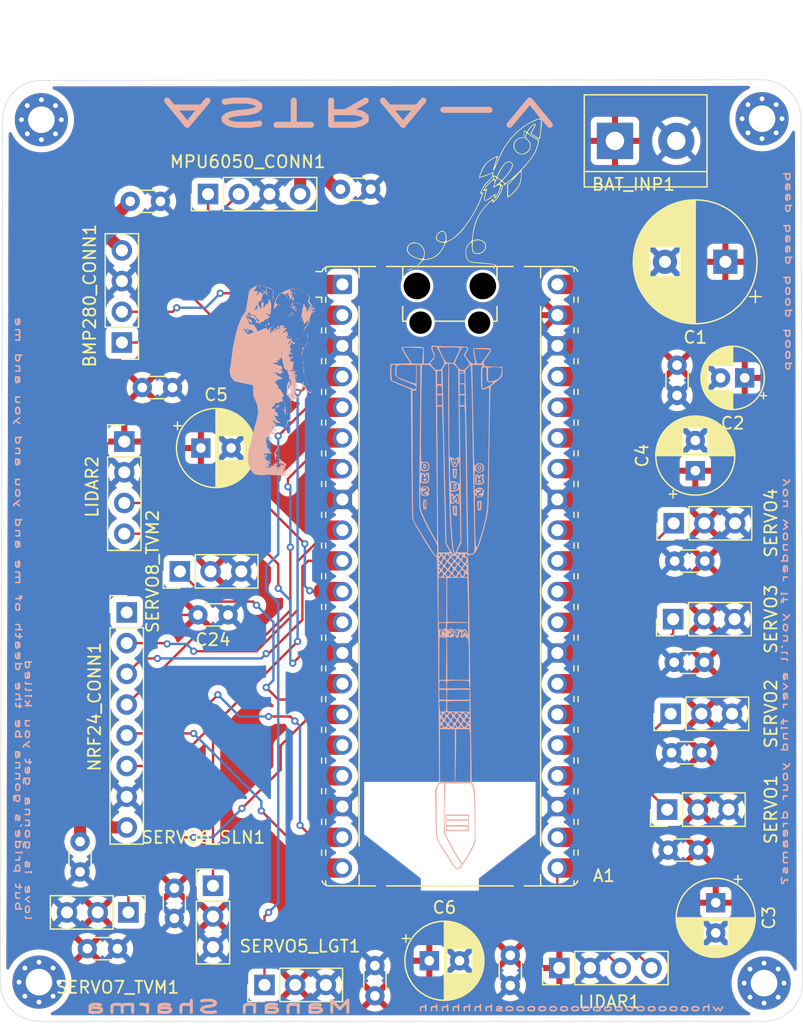
<source format=kicad_pcb>
(kicad_pcb (version 20241229) (generator "pcbnew") (generator_version "9.0")
  (layers (0 "F.Cu" signal) (2 "B.Cu" signal) (13 "F.Paste" user) (15 "B.Paste" user) (5 "F.SilkS" user "F.Silkscreen") (7 "B.SilkS" user "B.Silkscreen") (1 "F.Mask" user) (3 "B.Mask" user) (25 "Edge.Cuts" user))
  (net 0 "")
  (net 1 "/RCV_L2")
  (net 2 "/XMIT_L2")
  (net 4 "/MOSI")
  (net 5 "/SDA_MPU")
  (net 6 "/CE")
  (net 7 "/SCK")
  (net 8 "/SCL_MPU")
  (net 9 "/SERVO3")
  (net 10 "/SERVO4")
  (net 11 "GND")
  (net 14 "/MISO")
  (net 18 "/SERVO7_TVM")
  (net 19 "/CSN")
  (net 20 "/5V")
  (net 22 "/SERVO5_LGT")
  (net 24 "/RCV_L1")
  (net 25 "/SERVO1")
  (net 26 "/SERVO8_TVM")
  (net 27 "/XMIT_L1")
  (net 28 "/SERVO2")
  (net 31 "/SERVO6_SLN")
  (net 32 "/3v3")
  (footprint "Capacitor_THT:C_Disc_D3.0mm_W1.6mm_P2.50mm" (layer "F.Cu") (at 164.15 103.6)
    (property "Reference" "C19" (hide yes))
    (property "Value" "0.1uf" (hide yes))
  )
  (footprint "Connector_PinHeader_2.54mm:PinHeader_1x03_P2.54mm_Vertical" (layer "F.Cu") (at 164.28 92.55 90)
    (property "Reference" "SERVO3")
    (property "Value" "~")
  )
  (footprint "Connector_PinHeader_2.54mm:PinHeader_1x04_P2.54mm_Vertical" (layer "F.Cu") (at 118.66 69.675 180)
    (property "Reference" "BMP280_CONN1")
    (property "Value" "~" (hide yes))
  )
  (footprint "Capacitor_THT:CP_Radial_D6.3mm_P2.50mm" (layer "F.Cu") (at 167.8 116 -90)
    (property "Reference" "C3")
    (property "Value" "100uf")
  )
  (footprint "Capacitor_THT:CP_Radial_D6.3mm_P2.50mm" (layer "F.Cu") (at 144.1 120.8)
    (property "Reference" "C6")
    (property "Value" "100uf")
  )
  (footprint "TerminalBlock:TerminalBlock_bornier-2_P5.08mm" (layer "F.Cu") (at 159.46 53)
    (property "Reference" "BAT_INP1")
    (property "Value" "~")
  )
  (footprint "MountingHole:MountingHole_2.2mm_M2_Pad_Via" (layer "F.Cu") (at 171.8 122.65)
    (property "Reference" "H4" (hide yes))
    (property "Value" "MountingHole_Pad" (hide yes))
  )
  (footprint "Capacitor_THT:C_Disc_D3.0mm_W1.6mm_P2.50mm" (layer "F.Cu") (at 121.85 58 180)
    (property "Reference" "C12" (hide yes))
    (property "Value" "0.1uf" (hide yes))
  )
  (footprint "Connector_PinHeader_2.54mm:PinHeader_1x03_P2.54mm_Vertical" (layer "F.Cu") (at 119.2 116.8 -90)
    (property "Reference" "SERVO7_TVM1")
    (property "Value" "~" (hide yes))
  )
  (footprint "Capacitor_THT:CP_Radial_D6.3mm_P2.50mm" (layer "F.Cu") (at 125.2 78.4)
    (property "Reference" "C5")
    (property "Value" "100uf")
  )
  (footprint "Connector_PinHeader_2.54mm:PinHeader_1x03_P2.54mm_Vertical" (layer "F.Cu") (at 163.78 108.3 90)
    (property "Reference" "SERVO1")
    (property "Value" "~" (hide yes))
  )
  (footprint "MountingHole:MountingHole_2.2mm_M2_Pad_Via" (layer "F.Cu") (at 111.8 122.566726)
    (property "Reference" "H2" (hide yes))
    (property "Value" "MountingHole_Pad" (hide yes))
  )
  (footprint "Capacitor_THT:C_Disc_D3.0mm_W1.6mm_P2.50mm" (layer "F.Cu") (at 122.85 73.4 180)
    (property "Reference" "C14" (hide yes))
    (property "Value" "0.1uf" (hide yes))
  )
  (footprint "Connector_PinHeader_2.54mm:PinHeader_1x03_P2.54mm_Vertical" (layer "F.Cu") (at 130.46 122.8 90)
    (property "Reference" "SERVO5_LGT1")
    (property "Value" "~" (hide yes))
  )
  (footprint "Connector_PinHeader_2.54mm:PinHeader_1x04_P2.54mm_Vertical" (layer "F.Cu") (at 154.86 121.4 90)
    (property "Reference" "LIDAR1")
    (property "Value" "~" (hide yes))
  )
  (footprint "Capacitor_THT:CP_Radial_D5.0mm_P2.00mm" (layer "F.Cu") (at 170.2 72.6 180)
    (property "Reference" "C2")
    (property "Value" "10uf")
  )
  (footprint "Connector_PinHeader_2.54mm:PinHeader_1x03_P2.54mm_Vertical" (layer "F.Cu") (at 164.32 84.625 90)
    (property "Reference" "SERVO4")
    (property "Value" "~")
  )
  (footprint "Capacitor_THT:C_Disc_D3.0mm_W1.6mm_P2.50mm" (layer "F.Cu") (at 115.2 113.45 90)
    (property "Reference" "C13" (hide yes))
    (property "Value" "0.1uf" (hide yes))
  )
  (footprint "Capacitor_THT:C_Disc_D3.0mm_W1.6mm_P2.50mm" (layer "F.Cu") (at 164.36 96.125)
    (property "Reference" "C18" (hide yes))
    (property "Value" "0.1uf" (hide yes))
  )
  (footprint "Capacitor_THT:CP_Radial_D10.0mm_P5.00mm" (layer "F.Cu") (at 168.6 63 180)
    (property "Reference" "C1")
    (property "Value" "470uf")
  )
  (footprint "Connector_PinHeader_2.54mm:PinHeader_1x03_P2.54mm_Vertical" (layer "F.Cu") (at 126.2 114.6)
    (property "Reference" "SERVO6_SLN1")
    (property "Value" "~" (hide yes))
  )
  (footprint "Connector_PinHeader_2.54mm:PinHeader_1x03_P2.54mm_Vertical" (layer "F.Cu") (at 164.07 100.375 90)
    (property "Reference" "SERVO2")
    (property "Value" "~")
  )
  (footprint "Module:RaspberryPi_Pico_Common_Unspecified" (layer "F.Cu") (at 145.8 89)
    (property "Reference" "A1")
    (property "Value" "RaspberryPi_Pico" (hide yes))
  )
  (footprint "Capacitor_THT:C_Disc_D3.0mm_W1.6mm_P2.50mm" (layer "F.Cu") (at 139.6 121.2 -90)
    (property "Reference" "C16" (hide yes))
    (property "Value" "0.1uf" (hide yes))
  )
  (footprint "LOGO" (layer "F.Cu") (at 148.2 56)
    (property "Reference" "G***" (hide yes))
    (property "Value" "LOGO" (hide yes))
  )
  (footprint "Capacitor_THT:CP_Radial_D6.3mm_P2.50mm" (layer "F.Cu") (at 166.11 80.275 90)
    (property "Reference" "C4")
    (property "Value" "100uf")
  )
  (footprint "Connector_PinHeader_2.54mm:PinHeader_1x03_P2.54mm_Vertical" (layer "F.Cu") (at 123.46 88.6 90)
    (property "Reference" "SERVO8_TVM2")
    (property "Value" "~")
  )
  (footprint "MountingHole:MountingHole_2.2mm_M2_Pad_Via" (layer "F.Cu") (at 112 51.25)
    (property "Reference" "H1" (hide yes))
    (property "Value" "MountingHole_Pad" (hide yes))
  )
  (footprint "Capacitor_THT:C_Disc_D3.0mm_W1.6mm_P2.50mm" (layer "F.Cu") (at 150.8 122.85 90)
    (property "Reference" "C21" (hide yes))
    (property "Value" "0.1uf" (hide yes))
  )
  (footprint "Capacitor_THT:C_Disc_D3.0mm_W1.6mm_P2.50mm" (layer "F.Cu") (at 123 117.3 90)
    (property "Reference" "C15" (hide yes))
    (property "Value" "0.1uf" (hide yes))
  )
  (footprint "Connector_PinHeader_2.54mm:PinHeader_1x08_P2.54mm_Vertical" (layer "F.Cu") (at 119.06 91.995)
    (property "Reference" "NRF24_CONN1")
    (property "Value" "~" (hide yes))
  )
  (footprint "Capacitor_THT:C_Disc_D3.0mm_W1.6mm_P2.50mm" (layer "F.Cu") (at 164.6 74.05 90)
    (property "Reference" "C22" (hide yes))
    (property "Value" "0.1uf" (hide yes))
  )
  (footprint "Capacitor_THT:C_Disc_D3.0mm_W1.6mm_P2.50mm" (layer "F.Cu") (at 163.86 111.65)
    (property "Reference" "C20" (hide yes))
    (property "Value" "0.1uf" (hide yes))
  )
  (footprint "MountingHole:MountingHole_2.2mm_M2_Pad_Via" (layer "F.Cu") (at 171.633274 51.166726)
    (property "Reference" "H3" (hide yes))
    (property "Value" "MountingHole_Pad" (hide yes))
  )
  (footprint "Capacitor_THT:C_Disc_D3.0mm_W1.6mm_P2.50mm" (layer "F.Cu") (at 118.3 119.8 180)
    (property "Reference" "C23" (hide yes))
    (property "Value" "0.1uf" (hide yes))
  )
  (footprint "Capacitor_THT:C_Disc_D3.0mm_W1.6mm_P2.50mm" (layer "F.Cu") (at 139.25 57 180)
    (property "Reference" "C11" (hide yes))
    (property "Value" "0.1uf" (hide yes))
  )
  (footprint "Connector_PinHeader_2.54mm:PinHeader_1x04_P2.54mm_Vertical" (layer "F.Cu") (at 125.79 57.4 90)
    (property "Reference" "MPU6050_CONN1")
    (property "Value" "~" (hide yes))
  )
  (footprint "Capacitor_THT:C_Disc_D3.0mm_W1.6mm_P2.50mm" (layer "F.Cu") (at 127.45 92.2 180)
    (property "Reference" "C24")
    (property "Value" "0.1uf")
  )
  (footprint "Connector_PinHeader_2.54mm:PinHeader_1x04_P2.54mm_Vertical" (layer "F.Cu") (at 118.86 77.865)
    (property "Reference" "LIDAR2")
    (property "Value" "~")
  )
  (footprint "Capacitor_THT:C_Disc_D3.0mm_W1.6mm_P2.50mm" (layer "F.Cu") (at 164.4 87.75)
    (property "Reference" "C17" (hide yes))
    (property "Value" "0.1uf" (hide yes))
  )
  (footprint "LOGO" (layer "B.Cu") (at 138.157712 72.492615 180)
    (property "Reference" "G***" (hide yes))
    (property "Value" "LOGO" (hide yes))
  )
  (footprint "LOGO" (layer "B.Cu") (at 145.8 91.4)
    (property "Reference" "G***" (hide yes))
    (property "Value" "LOGO" (hide yes))
  )
  (gr_arc (start 175 122.6) (mid 174.062742 124.862742) (end 171.8 125.8) (stroke (width 0.05)) (layer "Edge.Cuts"))
  (gr_line (start 174.85 51.2) (end 175 122.6) (stroke (width 0.05)) (layer "Edge.Cuts"))
  (gr_line (start 108.6 122.6) (end 108.8 51.2) (stroke (width 0.05)) (layer "Edge.Cuts"))
  (gr_arc (start 108.8 51.2) (mid 109.737258 48.937258) (end 112 48) (stroke (width 0.05)) (layer "Edge.Cuts"))
  (gr_arc (start 171.6 47.95) (mid 173.898097 48.901903) (end 174.85 51.2) (stroke (width 0.05)) (layer "Edge.Cuts"))
  (gr_line (start 171.8 125.8) (end 111.8 125.8) (stroke (width 0.05)) (layer "Edge.Cuts"))
  (gr_arc (start 111.8 125.8) (mid 109.537258 124.862742) (end 108.6 122.6) (stroke (width 0.05)) (layer "Edge.Cuts"))
  (gr_line (start 112 48) (end 171.6 47.95) (stroke (width 0.05)) (layer "Edge.Cuts"))
  (gr_text "Manan Sharma" (at 138 125.2 0) (layer "B.SilkS") (effects (font (size 1 2) (thickness 0.25) (bold yes)) (justify left bottom mirror)))
  (gr_text "whooooooooooooooooooshhhhhhh" (at 168.6 125 0) (layer "B.SilkS") (effects (font (size 0.5 1) (thickness 0.125) (bold yes)) (justify left bottom mirror)))
  (gr_text "ASTRA-V" (at 121.6 49.4 180) (layer "B.SilkS") (effects (font (size 2 5) (thickness 0.5) (bold yes)) (justify left bottom mirror)))
  (gr_text "beep beep boop boop\n" (at 174 55.4 90) (layer "B.SilkS") (effects (font (size 0.5 1) (thickness 0.125) (bold yes)) (justify left bottom mirror)))
  (gr_text "love is gonna get you killed\n but pride's gonna be the death of me and you and you and me\n\n" (at 109 117.6 270) (layer "B.SilkS") (effects (font (size 0.5 1) (thickness 0.125) (bold yes)) (justify left bottom mirror)))
  (gr_text "you wonder if you'll ever find your dreams?\n" (at 173.8 80.8 90) (layer "B.SilkS") (effects (font (size 0.5 1) (thickness 0.125) (bold yes)) (justify left bottom mirror)))
  (segment (start 134.2 90.2) (end 134.27 90.27) (width 0.2) (layer "F.Cu") (net 1))
  (segment (start 118.86 82.945) (end 130.424897 82.945) (width 0.2) (layer "F.Cu") (net 1))
  (segment (start 130.424897 82.945) (end 133.8 86.320103) (width 0.2) (layer "F.Cu") (net 1))
  (segment (start 134.27 90.27) (end 136.91 90.27) (width 0.2) (layer "F.Cu") (net 1))
  (via (at 133.8 86.320103) (size 0.6) (drill 0.3) (layers "F.Cu" "B.Cu") (net 1))
  (via (at 134.2 90.2) (size 0.6) (drill 0.3) (layers "F.Cu" "B.Cu") (net 1))
  (segment (start 133.8 86.320103) (end 133.8 89.8) (width 0.2) (layer "B.Cu") (net 1))
  (segment (start 133.8 89.8) (end 134.2 90.2) (width 0.2) (layer "B.Cu") (net 1))
  (segment (start 130.8 87.2) (end 131.6 88) (width 0.2) (layer "F.Cu") (net 2))
  (segment (start 131.6 88) (end 131.6 90) (width 0.2) (layer "F.Cu") (net 2))
  (segment (start 129.085 85.485) (end 130.8 87.2) (width 0.2) (layer "F.Cu") (net 2))
  (segment (start 136.19 92.81) (end 136.91 92.81) (width 0.2) (layer "F.Cu") (net 2))
  (segment (start 118.86 85.485) (end 129.085 85.485) (width 0.2) (layer "F.Cu") (net 2))
  (segment (start 132.8 96.2) (end 136.19 92.81) (width 0.2) (layer "F.Cu") (net 2))
  (via (at 132.8 96.2) (size 0.6) (drill 0.3) (layers "F.Cu" "B.Cu") (net 2))
  (via (at 131.6 90) (size 0.6) (drill 0.3) (layers "F.Cu" "B.Cu") (net 2))
  (segment (start 132.599 95.999) (end 132.8 96.2) (width 0.2) (layer "B.Cu") (net 2))
  (segment (start 131.6 90) (end 132.599 90.999) (width 0.2) (layer "B.Cu") (net 2))
  (segment (start 132.599 90.999) (end 132.599 95.999) (width 0.2) (layer "B.Cu") (net 2))
  (segment (start 120.335 95.8) (end 121.6 95.8) (width 0.2) (layer "F.Cu") (net 4))
  (segment (start 133.6 88.2) (end 134.07 87.73) (width 0.2) (layer "F.Cu") (net 4))
  (segment (start 130.6 95.4) (end 130.8 95.4) (width 0.2) (layer "F.Cu") (net 4))
  (segment (start 130.8 95.4) (end 133.6 92.6) (width 0.2) (layer "F.Cu") (net 4))
  (segment (start 119.06 97.075) (end 120.335 95.8) (width 0.2) (layer "F.Cu") (net 4))
  (segment (start 133.6 92.6) (end 133.6 88.2) (width 0.2) (layer "F.Cu") (net 4))
  (segment (start 134.07 87.73) (end 136.91 87.73) (width 0.2) (layer "F.Cu") (net 4))
  (via (at 130.6 95.4) (size 0.6) (drill 0.3) (layers "F.Cu" "B.Cu") (net 4))
  (via (at 121.6 95.8) (size 0.6) (drill 0.3) (layers "F.Cu" "B.Cu") (net 4))
  (segment (start 121.6 95.8) (end 130.2 95.8) (width 0.2) (layer "B.Cu") (net 4))
  (segment (start 130.2 95.8) (end 130.6 95.4) (width 0.2) (layer "B.Cu") (net 4))
  (segment (start 122.865 67.135) (end 123.2 66.8) (width 0.2) (layer "F.Cu") (net 5))
  (segment (start 133.93 64.87) (end 136.91 64.87) (width 0.2) (layer "F.Cu") (net 5))
  (segment (start 133.2 65.6) (end 133.93 64.87) (width 0.2) (layer "F.Cu") (net 5))
  (segment (start 127.26 58.47) (end 128.33 57.4) (width 0.2) (layer "F.Cu") (net 5))
  (segment (start 128 65.6) (end 133.2 65.6) (width 0.2) (layer "F.Cu") (net 5))
  (segment (start 118.66 67.135) (end 122.865 67.135) (width 0.2) (layer "F.Cu") (net 5))
  (segment (start 128 65.6) (end 127.26 64.86) (width 0.2) (layer "F.Cu") (net 5))
  (segment (start 126.8 65.6) (end 128 65.6) (width 0.2) (layer "F.Cu") (net 5))
  (segment (start 127.26 64.86) (end 127.26 58.47) (width 0.2) (layer "F.Cu") (net 5))
  (via (at 123.2 66.8) (size 0.6) (drill 0.3) (layers "F.Cu" "B.Cu") (net 5))
  (via (at 126.8 65.6) (size 0.6) (drill 0.3) (layers "F.Cu" "B.Cu") (net 5))
  (segment (start 125.6 66.8) (end 126.8 65.6) (width 0.2) (layer "B.Cu") (net 5))
  (segment (start 123.2 66.8) (end 125.6 66.8) (width 0.2) (layer "B.Cu") (net 5))
  (segment (start 125.799 99.601) (end 126.6 98.8) (width 0.2) (layer "F.Cu") (net 6))
  (segment (start 130.8 100.6) (end 132.6 100.6) (width 0.2) (layer "F.Cu") (net 6))
  (segment (start 122.754943 104.695) (end 125.799 101.650943) (width 0.2) (layer "F.Cu") (net 6))
  (segment (start 119.06 104.695) (end 122.754943 104.695) (width 0.2) (layer "F.Cu") (net 6))
  (segment (start 125.799 101.650943) (end 125.799 99.601) (width 0.2) (layer "F.Cu") (net 6))
  (segment (start 132.6 100.6) (end 132.975735 100.975735) (width 0.2) (layer "F.Cu") (net 6))
  (segment (start 134.39 110.59) (end 136.91 110.59) (width 0.2) (layer "F.Cu") (net 6))
  (segment (start 133.4 109.6) (end 134.39 110.59) (width 0.2) (layer "F.Cu") (net 6))
  (via (at 132.975735 100.975735) (size 0.6) (drill 0.3) (layers "F.Cu" "B.Cu") (net 6))
  (via (at 126.6 98.8) (size 0.6) (drill 0.3) (layers "F.Cu" "B.Cu") (net 6))
  (via (at 130.8 100.6) (size 0.6) (drill 0.3) (layers "F.Cu" "B.Cu") (net 6))
  (via (at 133.4 109.6) (size 0.6) (drill 0.3) (layers "F.Cu" "B.Cu") (net 6))
  (segment (start 126.6 98.8) (end 128.4 100.6) (width 0.2) (layer "B.Cu") (net 6))
  (segment (start 128.4 100.6) (end 130.8 100.6) (width 0.2) (layer "B.Cu") (net 6))
  (segment (start 132.975735 100.975735) (end 133.4 101.4) (width 0.2) (layer "B.Cu") (net 6))
  (segment (start 133.4 101.4) (end 133.4 109.6) (width 0.2) (layer "B.Cu") (net 6))
  (segment (start 119.06 94.535) (end 122.335 94.535) (width 0.2) (layer "F.Cu") (net 7))
  (segment (start 133.2 91.8) (end 133.2 87.76863) (width 0.2) (layer "F.Cu") (net 7))
  (segment (start 129.8 95.2) (end 133.2 91.8) (width 0.2) (layer "F.Cu") (net 7))
  (segment (start 133.2 87.76863) (end 135.77863 85.19) (width 0.2) (layer "F.Cu") (net 7))
  (segment (start 122.335 94.535) (end 122.4 94.6) (width 0.2) (layer "F.Cu") (net 7))
  (segment (start 135.77863 85.19) (end 136.91 85.19) (width 0.2) (layer "F.Cu") (net 7))
  (segment (start 124.6 95.2) (end 129.8 95.2) (width 0.2) (layer "F.Cu") (net 7))
  (via (at 122.4 94.6) (size 0.6) (drill 0.3) (layers "F.Cu" "B.Cu") (net 7))
  (via (at 124.6 95.2) (size 0.6) (drill 0.3) (layers "F.Cu" "B.Cu") (net 7))
  (segment (start 122.4 94.6) (end 124 94.6) (width 0.2) (layer "B.Cu") (net 7))
  (segment (start 124 94.6) (end 124.6 95.2) (width 0.2) (layer "B.Cu") (net 7))
  (segment (start 118.66 69.675) (end 124.325 69.675) (width 0.2) (layer "F.Cu") (net 8))
  (segment (start 125.96 68.04) (end 127 68.04) (width 0.2) (layer "F.Cu") (net 8))
  (segment (start 125.79 60.405) (end 125.79 57.4) (width 0.2) (layer "F.Cu") (net 8))
  (segment (start 132.36 68.04) (end 133 67.4) (width 0.2) (layer "F.Cu") (net 8))
  (segment (start 124.72 66.135) (end 126.625 68.04) (width 0.2) (layer "F.Cu") (net 8))
  (segment (start 124.325 69.675) (end 125.96 68.04) (width 0.2) (layer "F.Cu") (net 8))
  (segment (start 133 67.4) (end 133.01 67.41) (width 0.2) (layer "F.Cu") (net 8))
  (segment (start 124.72 61.475) (end 124.72 66.135) (width 0.2) (layer "F.Cu") (net 8))
  (segment (start 133.01 67.41) (end 136.91 67.41) (width 0.2) (layer "F.Cu") (net 8))
  (segment (start 124.72 61.475) (end 125.79 60.405) (width 0.2) (layer "F.Cu") (net 8))
  (segment (start 126.625 68.04) (end 127 68.04) (width 0.2) (layer "F.Cu") (net 8))
  (segment (start 127 68.04) (end 132.36 68.04) (width 0.2) (layer "F.Cu") (net 8))
  (segment (start 157.57 100.43) (end 154.69 100.43) (width 0.2) (layer "F.Cu") (net 9))
  (segment (start 164.28 92.55) (end 164.28 93.72) (width 0.2) (layer "F.Cu") (net 9))
  (segment (start 164.28 93.72) (end 157.57 100.43) (width 0.2) (layer "F.Cu") (net 9))
  (segment (start 157.31 97.89) (end 155.49 97.89) (width 0.2) (layer "F.Cu") (net 10))
  (segment (start 164.32 84.625) (end 160.2 88.745) (width 0.2) (layer "F.Cu") (net 10))
  (segment (start 160.2 88.745) (end 160.2 95) (width 0.2) (layer "F.Cu") (net 10))
  (segment (start 160.2 95) (end 157.31 97.89) (width 0.2) (layer "F.Cu") (net 10))
  (segment (start 119.06 99.615) (end 124.475 94.2) (width 0.2) (layer "F.Cu") (net 14))
  (segment (start 124.475 94.2) (end 130.2329 94.2) (width 0.2) (layer "F.Cu") (net 14))
  (segment (start 132.6 91.8) (end 132.6 86.6) (width 0.2) (layer "F.Cu") (net 14))
  (segment (start 132.4 80.94863) (end 135.77863 77.57) (width 0.2) (layer "F.Cu") (net 14))
  (segment (start 132.61645 91.81645) (end 132.6 91.8) (width 0.2) (layer "F.Cu") (net 14))
  (segment (start 130.2329 94.2) (end 132.61645 91.81645) (width 0.2) (layer "F.Cu") (net 14))
  (segment (start 135.77863 77.57) (end 136.91 77.57) (width 0.2) (layer "F.Cu") (net 14))
  (segment (start 132.4 81.6) (end 132.4 80.94863) (width 0.2) (layer "F.Cu") (net 14))
  (via (at 132.4 81.6) (size 0.6) (drill 0.3) (layers "F.Cu" "B.Cu") (net 14))
  (via (at 132.6 86.6) (size 0.6) (drill 0.3) (layers "F.Cu" "B.Cu") (net 14))
  (segment (start 132.6 81.8) (end 132.4 81.6) (width 0.2) (layer "B.Cu") (net 14))
  (segment (start 132.6 86.6) (end 132.6 81.8) (width 0.2) (layer "B.Cu") (net 14))
  (segment (start 123.4 110.6) (end 124.6 110.6) (width 0.2) (layer "F.Cu") (net 18))
  (segment (start 131.8 105) (end 131.8 103) (width 0.2) (layer "F.Cu") (net 18))
  (segment (start 131.8 103) (end 134.37 100.43) (width 0.2) (layer "F.Cu") (net 18))
  (segment (start 119.2 114.8) (end 123 111) (width 0.2) (layer "F.Cu") (net 18))
  (segment (start 119.2 116.8) (end 119.2 114.8) (width 0.2) (layer "F.Cu") (net 18))
  (segment (start 128.6 108.2) (end 131.8 105) (width 0.2) (layer "F.Cu") (net 18))
  (segment (start 134.37 100.43) (end 136.91 100.43) (width 0.2) (layer "F.Cu") (net 18))
  (segment (start 123 111) (end 123.4 110.6) (width 0.2) (layer "F.Cu") (net 18))
  (via (at 128.6 108.2) (size 0.6) (drill 0.3) (layers "F.Cu" "B.Cu") (net 18))
  (via (at 124.6 110.6) (size 0.6) (drill 0.3) (layers "F.Cu" "B.Cu") (net 18))
  (segment (start 124.6 110.6) (end 126.2 110.6) (width 0.2) (layer "B.Cu") (net 18))
  (segment (start 126.2 110.6) (end 128.6 108.2) (width 0.2) (layer "B.Cu") (net 18))
  (segment (start 134.93 113.13) (end 136.91 113.13) (width 0.2) (layer "F.Cu") (net 19))
  (segment (start 119.215 102) (end 124.6 102) (width 0.2) (layer "F.Cu") (net 19))
  (segment (start 119.06 102.155) (end 119.215 102) (width 0.2) (layer "F.Cu") (net 19))
  (segment (start 130.2 108.4) (end 134.93 113.13) (width 0.2) (layer "F.Cu") (net 19))
  (via (at 130.2 108.4) (size 0.6) (drill 0.3) (layers "F.Cu" "B.Cu") (net 19))
  (via (at 124.6 102) (size 0.6) (drill 0.3) (layers "F.Cu" "B.Cu") (net 19))
  (segment (start 124.6 102) (end 130.2 107.6) (width 0.2) (layer "B.Cu") (net 19))
  (segment (start 130.2 107.6) (end 130.2 108.4) (width 0.2) (layer "B.Cu") (net 19))
  (segment (start 124.95 92.2) (end 123.4 92.2) (width 0.2) (layer "F.Cu") (net 20))
  (segment (start 121.8 113.6) (end 121.8 113.2) (width 0.2) (layer "F.Cu") (net 20))
  (segment (start 123 114.8) (end 121.8 113.6) (width 0.2) (layer "F.Cu") (net 20))
  (segment (start 133.97 75.03) (end 136.91 75.03) (width 0.2) (layer "F.Cu") (net 22))
  (segment (start 131.6 77.4) (end 133.97 75.03) (width 0.2) (layer "F.Cu") (net 22))
  (segment (start 130.46 117.14) (end 130.8 116.8) (width 0.2) (layer "F.Cu") (net 22))
  (segment (start 130.46 122.8) (end 130.46 117.14) (width 0.2) (layer "F.Cu") (net 22))
  (via (at 131.6 77.4) (size 0.6) (drill 0.3) (layers "F.Cu" "B.Cu") (net 22))
  (via (at 130.8 116.8) (size 0.6) (drill 0.3) (layers "F.Cu" "B.Cu") (net 22))
  (segment (start 131.6 116) (end 131.6 91.2) (width 0.2) (layer "B.Cu") (net 22))
  (segment (start 130.6 90.2) (end 130.6 88.2) (width 0.2) (layer "B.Cu") (net 22))
  (segment (start 131.6 87.2) (end 131.6 77.4) (width 0.2) (layer "B.Cu") (net 22))
  (segment (start 130.6 88.2) (end 131.6 87.2) (width 0.2) (layer "B.Cu") (net 22))
  (segment (start 131.6 91.2) (end 130.6 90.2) (width 0.2) (layer "B.Cu") (net 22))
  (segment (start 130.8 116.8) (end 131.6 116) (width 0.2) (layer "B.Cu") (net 22))
  (segment (start 154.69 116.15) (end 154.69 113.13) (width 0.2) (layer "F.Cu") (net 24))
  (segment (start 159.94 121.4) (end 154.69 116.15) (width 0.2) (layer "F.Cu") (net 24))
  (segment (start 160.99 105.51) (end 154.69 105.51) (width 0.2) (layer "F.Cu") (net 25))
  (segment (start 163.78 108.3) (end 160.99 105.51) (width 0.2) (layer "F.Cu") (net 25))
  (segment (start 134.11 97.89) (end 136.91 97.89) (width 0.2) (layer "F.Cu") (net 26))
  (segment (start 123.46 88.6) (end 125.959 91.099) (width 0.2) (layer "F.Cu") (net 26))
  (segment (start 129.499 91.099) (end 129.8 91.4) (width 0.2) (layer "F.Cu") (net 26))
  (segment (start 125.959 91.099) (end 129.499 91.099) (width 0.2) (layer "F.Cu") (net 26))
  (segment (start 130.6 98.2) (end 131.6 99.2) (width 0.2) (layer "F.Cu") (net 26))
  (segment (start 131.6 99.2) (end 132.8 99.2) (width 0.2) (layer "F.Cu") (net 26))
  (segment (start 132.8 99.2) (end 134.11 97.89) (width 0.2) (layer "F.Cu") (net 26))
  (via (at 130.6 98.2) (size 0.6) (drill 0.3) (layers "F.Cu" "B.Cu") (net 26))
  (via (at 129.8 91.4) (size 0.6) (drill 0.3) (layers "F.Cu" "B.Cu") (net 26))
  (segment (start 131.2 97.6) (end 130.6 98.2) (width 0.2) (layer "B.Cu") (net 26))
  (segment (start 129.8 91.4) (end 131.2 92.8) (width 0.2) (layer "B.Cu") (net 26))
  (segment (start 131.2 92.8) (end 131.2 97.6) (width 0.2) (layer "B.Cu") (net 26))
  (segment (start 159.59 110.59) (end 155.49 110.59) (width 0.2) (layer "F.Cu") (net 27))
  (segment (start 160.8 111.8) (end 159.59 110.59) (width 0.2) (layer "F.Cu") (net 27))
  (segment (start 162.48 121.4) (end 160.8 119.72) (width 0.2) (layer "F.Cu") (net 27))
  (segment (start 160.8 119.72) (end 160.8 111.8) (width 0.2) (layer "F.Cu") (net 27))
  (segment (start 161.475 102.97) (end 155.49 102.97) (width 0.2) (layer "F.Cu") (net 28))
  (segment (start 164.07 100.375) (end 161.475 102.97) (width 0.2) (layer "F.Cu") (net 28))
  (segment (start 126.2 114.6) (end 126.2 101.4) (width 0.2) (layer "F.Cu") (net 31))
  (segment (start 133.4 73.8) (end 134.71 72.49) (width 0.2) (layer "F.Cu") (net 31))
  (segment (start 134.71 72.49) (end 136.91 72.49) (width 0.2) (layer "F.Cu") (net 31))
  (segment (start 133.2 73.8) (end 133.4 73.8) (width 0.2) (layer "F.Cu") (net 31))
  (segment (start 126.2 101.4) (end 133.2 94.4) (width 0.2) (layer "F.Cu") (net 31))
  (via (at 133.2 73.8) (size 0.6) (drill 0.3) (layers "F.Cu" "B.Cu") (net 31))
  (via (at 133.2 94.4) (size 0.6) (drill 0.3) (layers "F.Cu" "B.Cu") (net 31))
  (segment (start 133.2 94.4) (end 133.2 73.8) (width 0.2) (layer "B.Cu") (net 31))
  (segment (start 126.2 54.6) (end 119.8 54.6) (width 1) (layer "F.Cu") (net 32))
  (segment (start 115.2 108.975) (end 115.8 108.375) (width 1) (layer "F.Cu") (net 32))
  (segment (start 113.06 57.14) (end 117.9 52.3) (width 1) (layer "F.Cu") (net 32))
  (segment (start 117.9 52.3) (end 127.8 52.3) (width 1) (layer "F.Cu") (net 32))
  (segment (start 127.8 53) (end 126.2 54.6) (width 1) (layer "F.Cu") (net 32))
  (segment (start 117.475 59.875) (end 119.35 58) (width 1) (layer "F.Cu") (net 32))
  (segment (start 115.2 110.95) (end 115.2 108.975) (width 1) (layer "F.Cu") (net 32))
  (segment (start 159.57 75.03) (end 160.4 74.2) (width 1) (layer "F.Cu") (net 32))
  (segment (start 137.2 52.3) (end 147.5 52.3) (width 1) (layer "F.Cu") (net 32))
  (segment (start 160.4 65.2) (end 147.5 52.3) (width 1) (layer "F.Cu") (net 32))
  (segment (start 114.56 108.375) (end 113.06 106.875) (width 1) (layer "F.Cu") (net 32))
  (segment (start 117.76 109.775) (end 116.36 108.375) (width 1) (layer "F.Cu") (net 32))
  (segment (start 116.26 108.475) (end 116.26 108.275) (width 0.2) (layer "F.Cu") (net 32))
  (segment (start 137.2 52.3) (end 135.65 53.85) (width 1) (layer "F.Cu") (net 32))
  (segment (start 117.06 59.875) (end 117.475 59.875) (width 1) (layer "F.Cu") (net 32))
  (segment (start 160.4 74.2) (end 160.4 65.2) (width 1) (layer "F.Cu") (net 32))
  (segment (start 119.8 54.6) (end 117.06 57.34) (width 1) (layer "F.Cu") (net 32))
  (segment (start 115.8 108.375) (end 114.56 108.375) (width 1) (layer "F.Cu") (net 32))
  (segment (start 118.66 62.055) (end 117.06 60.455) (width 1) (layer "F.Cu") (net 32))
  (segment (start 136.4 57) (end 136.75 57) (width 1) (layer "F.Cu") (net 32))
  (segment (start 135.65 53.85) (end 133.41 56.09) (width 1) (layer "F.Cu") (net 32))
  (segment (start 113.06 106.875) (end 113.06 57.14) (width 1) (layer "F.Cu") (net 32))
  (segment (start 127.8 52.3) (end 131.8 52.3) (width 1) (layer "F.Cu") (net 32))
  (segment (start 135.65 53.85) (end 135.65 56.25) (width 1) (layer "F.Cu") (net 32))
  (segment (start 119.06 109.775) (end 117.76 109.775) (width 1) (layer "F.Cu") (net 32))
  (segment (start 135.65 56.25) (end 136.4 57) (width 1) (layer "F.Cu") (net 32))
  (segment (start 117.06 57.34) (end 117.06 59.875) (width 1) (layer "F.Cu") (net 32))
  (segment (start 133.41 56.09) (end 133.41 57.4) (width 1) (layer "F.Cu") (net 32))
  (segment (start 131.8 52.3) (end 137.2 52.3) (width 1) (layer "F.Cu") (net 32))
  (segment (start 154.69 75.03) (end 159.57 75.03) (width 1) (layer "F.Cu") (net 32))
  (segment (start 115.8 108.375) (end 116.36 108.375) (width 1) (layer "F.Cu") (net 32))
  (segment (start 117.06 60.455) (end 117.06 59.875) (width 1) (layer "F.Cu") (net 32))
  (segment (start 127.8 52.3) (end 127.8 53) (width 1) (layer "F.Cu") (net 32))
  (zone (net 20) (net_name "/5V") (layer "F.Cu") (priority 1) (connect_pads (clearance 0.5)) (min_thickness 0.25) (fill yes (thermal_gap 0.5) (thermal_bridge_width 0.5))
    (polygon (pts (xy 108.8 48.2) (xy 174.8 48.2) (xy 174.8 125.6) (xy 108.8 125.6)))
  )
  (zone (net 11) (net_name "GND") (layer "B.Cu") (connect_pads (clearance 0.5)) (min_thickness 0.25) (fill yes (thermal_gap 0.5) (thermal_bridge_width 0.5))
    (polygon (pts (xy 108.8 48.2) (xy 174.8 48.2) (xy 174.8 125.6) (xy 108.8 125.6)))
  )
)
</source>
